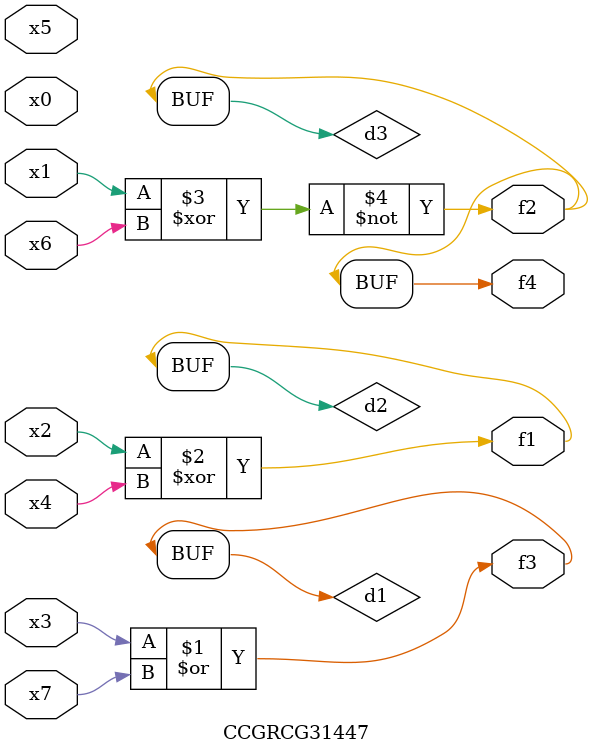
<source format=v>
module CCGRCG31447(
	input x0, x1, x2, x3, x4, x5, x6, x7,
	output f1, f2, f3, f4
);

	wire d1, d2, d3;

	or (d1, x3, x7);
	xor (d2, x2, x4);
	xnor (d3, x1, x6);
	assign f1 = d2;
	assign f2 = d3;
	assign f3 = d1;
	assign f4 = d3;
endmodule

</source>
